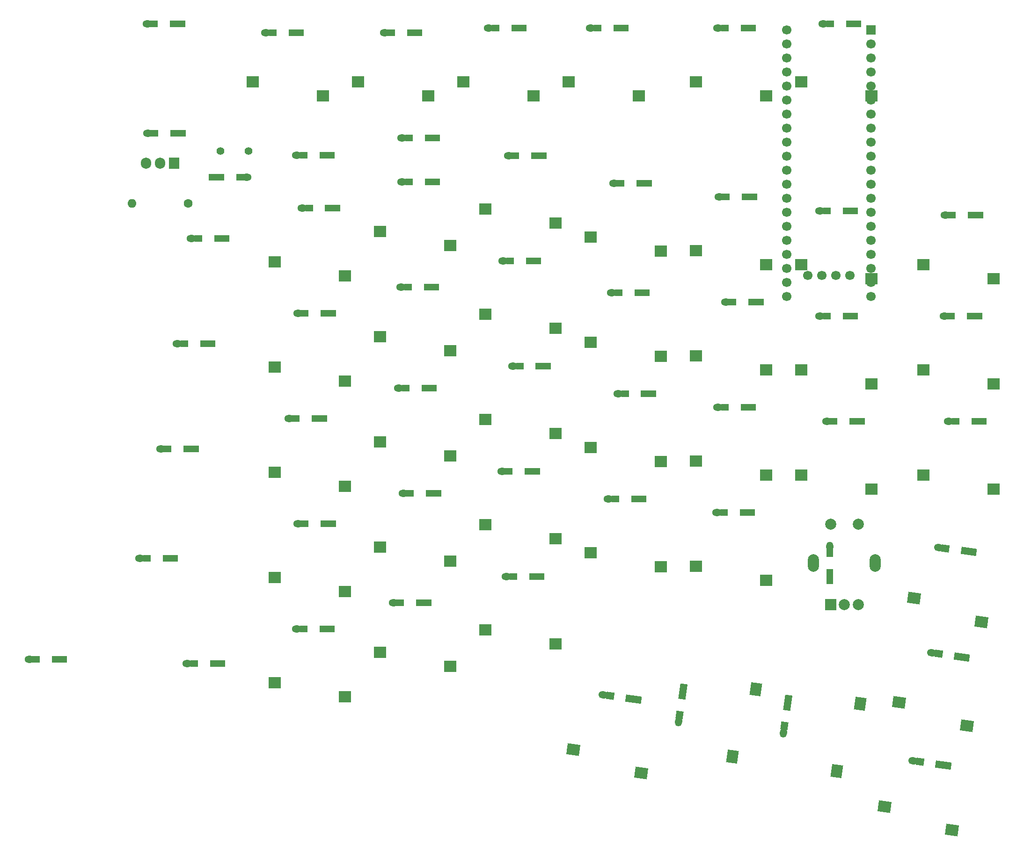
<source format=gbr>
%TF.GenerationSoftware,KiCad,Pcbnew,(6.0.5-0)*%
%TF.CreationDate,2023-01-14T19:39:34-08:00*%
%TF.ProjectId,ergodonk_pcb,6572676f-646f-46e6-9b5f-7063622e6b69,rev?*%
%TF.SameCoordinates,Original*%
%TF.FileFunction,Copper,L1,Top*%
%TF.FilePolarity,Positive*%
%FSLAX46Y46*%
G04 Gerber Fmt 4.6, Leading zero omitted, Abs format (unit mm)*
G04 Created by KiCad (PCBNEW (6.0.5-0)) date 2023-01-14 19:39:34*
%MOMM*%
%LPD*%
G01*
G04 APERTURE LIST*
G04 Aperture macros list*
%AMHorizOval*
0 Thick line with rounded ends*
0 $1 width*
0 $2 $3 position (X,Y) of the first rounded end (center of the circle)*
0 $4 $5 position (X,Y) of the second rounded end (center of the circle)*
0 Add line between two ends*
20,1,$1,$2,$3,$4,$5,0*
0 Add two circle primitives to create the rounded ends*
1,1,$1,$2,$3*
1,1,$1,$4,$5*%
%AMRotRect*
0 Rectangle, with rotation*
0 The origin of the aperture is its center*
0 $1 length*
0 $2 width*
0 $3 Rotation angle, in degrees counterclockwise*
0 Add horizontal line*
21,1,$1,$2,0,0,$3*%
G04 Aperture macros list end*
%TA.AperFunction,SMDPad,CuDef*%
%ADD10R,2.300000X2.000000*%
%TD*%
%TA.AperFunction,ComponentPad*%
%ADD11R,1.778000X1.300000*%
%TD*%
%TA.AperFunction,SMDPad,CuDef*%
%ADD12R,1.400000X1.300000*%
%TD*%
%TA.AperFunction,ComponentPad*%
%ADD13O,1.778000X1.300000*%
%TD*%
%TA.AperFunction,SMDPad,CuDef*%
%ADD14RotRect,2.300000X2.000000X82.000000*%
%TD*%
%TA.AperFunction,SMDPad,CuDef*%
%ADD15RotRect,1.400000X1.300000X352.000000*%
%TD*%
%TA.AperFunction,ComponentPad*%
%ADD16RotRect,1.778000X1.300000X172.000000*%
%TD*%
%TA.AperFunction,ComponentPad*%
%ADD17HorizOval,1.300000X-0.236674X0.033262X0.236674X-0.033262X0*%
%TD*%
%TA.AperFunction,WasherPad*%
%ADD18O,2.000000X3.200000*%
%TD*%
%TA.AperFunction,ComponentPad*%
%ADD19R,2.000000X2.000000*%
%TD*%
%TA.AperFunction,ComponentPad*%
%ADD20C,2.000000*%
%TD*%
%TA.AperFunction,SMDPad,CuDef*%
%ADD21RotRect,2.300000X2.000000X352.000000*%
%TD*%
%TA.AperFunction,ComponentPad*%
%ADD22R,1.905000X2.000000*%
%TD*%
%TA.AperFunction,ComponentPad*%
%ADD23O,1.905000X2.000000*%
%TD*%
%TA.AperFunction,SMDPad,CuDef*%
%ADD24RotRect,1.400000X1.300000X82.000000*%
%TD*%
%TA.AperFunction,ComponentPad*%
%ADD25RotRect,1.778000X1.300000X262.000000*%
%TD*%
%TA.AperFunction,ComponentPad*%
%ADD26HorizOval,1.300000X-0.033262X-0.236674X0.033262X0.236674X0*%
%TD*%
%TA.AperFunction,SMDPad,CuDef*%
%ADD27R,1.300000X1.400000*%
%TD*%
%TA.AperFunction,ComponentPad*%
%ADD28R,1.300000X1.778000*%
%TD*%
%TA.AperFunction,ComponentPad*%
%ADD29O,1.300000X1.778000*%
%TD*%
%TA.AperFunction,ComponentPad*%
%ADD30C,1.600000*%
%TD*%
%TA.AperFunction,ComponentPad*%
%ADD31O,1.600000X1.600000*%
%TD*%
%TA.AperFunction,ComponentPad*%
%ADD32C,1.397000*%
%TD*%
%TA.AperFunction,ComponentPad*%
%ADD33R,1.700000X1.700000*%
%TD*%
%TA.AperFunction,ComponentPad*%
%ADD34C,1.700000*%
%TD*%
G04 APERTURE END LIST*
D10*
%TO.P,SWLH14,1,1*%
%TO.N,col4*%
X107300000Y-60555000D03*
%TO.P,SWLH14,2,2*%
%TO.N,Net-(D14-Pad2)*%
X120000000Y-63095000D03*
%TD*%
D11*
%TO.P,D50,1,K*%
%TO.N,row5*%
X30781250Y-142031250D03*
D12*
X29556250Y-142031250D03*
D13*
%TO.P,D50,2,A*%
%TO.N,Net-(D50-Pad2)*%
X24781250Y-142031250D03*
D12*
X26006250Y-142031250D03*
%TD*%
D10*
%TO.P,SWLH33,1,1*%
%TO.N,col3*%
X88250000Y-102655000D03*
%TO.P,SWLH33,2,2*%
%TO.N,Net-(D33-Pad2)*%
X100950000Y-105195000D03*
%TD*%
D14*
%TO.P,SWLH57,1,1*%
%TO.N,SW47A*%
X170826702Y-162317855D03*
%TO.P,SWLH57,2,2*%
%TO.N,Net-(D57-Pad2)*%
X175109481Y-150094950D03*
%TD*%
D11*
%TO.P,D11,1,K*%
%TO.N,row1*%
X60150000Y-65831250D03*
D12*
X58925000Y-65831250D03*
D13*
%TO.P,D11,2,A*%
%TO.N,Net-(D11-Pad2)*%
X54150000Y-65831250D03*
D12*
X55375000Y-65831250D03*
%TD*%
D11*
%TO.P,D53,1,K*%
%TO.N,row5*%
X96662500Y-131825000D03*
D12*
X95437500Y-131825000D03*
%TO.P,D53,2,A*%
%TO.N,Net-(D53-Pad2)*%
X91887500Y-131825000D03*
D13*
X90662500Y-131825000D03*
%TD*%
D10*
%TO.P,SWLH35,1,1*%
%TO.N,col5*%
X126350000Y-103655000D03*
%TO.P,SWLH35,2,2*%
%TO.N,Net-(D35-Pad2)*%
X139050000Y-106195000D03*
%TD*%
D12*
%TO.P,D42,1,K*%
%TO.N,row4*%
X78162500Y-117481250D03*
D11*
X79387500Y-117481250D03*
D13*
%TO.P,D42,2,A*%
%TO.N,Net-(D42-Pad2)*%
X73387500Y-117481250D03*
D12*
X74612500Y-117481250D03*
%TD*%
D15*
%TO.P,D58,1,K*%
%TO.N,row5*%
X192800924Y-141504774D03*
D16*
X194014002Y-141675261D03*
D17*
%TO.P,D58,2,A*%
%TO.N,Net-(D58-Pad2)*%
X188072394Y-140840223D03*
D15*
X189285472Y-141010710D03*
%TD*%
D12*
%TO.P,D13,1,K*%
%TO.N,row1*%
X97025000Y-55625000D03*
D11*
X98250000Y-55625000D03*
D13*
%TO.P,D13,2,A*%
%TO.N,Net-(D13-Pad2)*%
X92250000Y-55625000D03*
D12*
X93475000Y-55625000D03*
%TD*%
%TO.P,D54,1,K*%
%TO.N,row5*%
X115900000Y-127031250D03*
D11*
X117125000Y-127031250D03*
D12*
%TO.P,D54,2,A*%
%TO.N,Net-(D54-Pad2)*%
X112350000Y-127031250D03*
D13*
X111125000Y-127031250D03*
%TD*%
D10*
%TO.P,SWLH12,1,1*%
%TO.N,col2*%
X69200000Y-70055000D03*
%TO.P,SWLH12,2,2*%
%TO.N,Net-(D12-Pad2)*%
X81900000Y-72595000D03*
%TD*%
%TO.P,SWLH43,1,1*%
%TO.N,col3*%
X88250000Y-121705000D03*
%TO.P,SWLH43,2,2*%
%TO.N,Net-(D43-Pad2)*%
X100950000Y-124245000D03*
%TD*%
%TO.P,SWLH2,1,1*%
%TO.N,col2*%
X65200000Y-37505000D03*
%TO.P,SWLH2,2,2*%
%TO.N,Net-(D2-Pad2)*%
X77900000Y-40045000D03*
%TD*%
D12*
%TO.P,D52,1,K*%
%TO.N,row5*%
X77975000Y-136531250D03*
D11*
X79200000Y-136531250D03*
D12*
%TO.P,D52,2,A*%
%TO.N,Net-(D52-Pad2)*%
X74425000Y-136531250D03*
D13*
X73200000Y-136531250D03*
%TD*%
D11*
%TO.P,D3,1,K*%
%TO.N,row0*%
X95043750Y-28575000D03*
D12*
X93818750Y-28575000D03*
%TO.P,D3,2,A*%
%TO.N,Net-(D3-Pad2)*%
X90268750Y-28575000D03*
D13*
X89043750Y-28575000D03*
%TD*%
D12*
%TO.P,D15,1,K*%
%TO.N,row1*%
X135312500Y-55831250D03*
D11*
X136537500Y-55831250D03*
D12*
%TO.P,D15,2,A*%
%TO.N,Net-(D15-Pad2)*%
X131762500Y-55831250D03*
D13*
X130537500Y-55831250D03*
%TD*%
D11*
%TO.P,D36,1,K*%
%TO.N,row3*%
X155400000Y-96431250D03*
D12*
X154175000Y-96431250D03*
D13*
%TO.P,D36,2,A*%
%TO.N,Net-(D36-Pad2)*%
X149400000Y-96431250D03*
D12*
X150625000Y-96431250D03*
%TD*%
D11*
%TO.P,D22,1,K*%
%TO.N,row2*%
X79387500Y-79381250D03*
D12*
X78162500Y-79381250D03*
D13*
%TO.P,D22,2,A*%
%TO.N,Net-(D22-Pad2)*%
X73387500Y-79381250D03*
D12*
X74612500Y-79381250D03*
%TD*%
D10*
%TO.P,SWLH53,1,1*%
%TO.N,col3*%
X88250000Y-140755000D03*
%TO.P,SWLH53,2,2*%
%TO.N,Net-(D53-Pad2)*%
X100950000Y-143295000D03*
%TD*%
%TO.P,SWLH3,1,1*%
%TO.N,col3*%
X84250000Y-37505000D03*
%TO.P,SWLH3,2,2*%
%TO.N,Net-(D3-Pad2)*%
X96950000Y-40045000D03*
%TD*%
D11*
%TO.P,D_sol_1,1,K*%
%TO.N,SOL_VCC*%
X58118750Y-54768750D03*
D12*
X59343750Y-54768750D03*
D13*
%TO.P,D_sol_1,2,A*%
%TO.N,Net-(D_sol_1-Pad2)*%
X64118750Y-54768750D03*
D12*
X62893750Y-54768750D03*
%TD*%
D18*
%TO.P,SWLH_ROT1,*%
%TO.N,*%
X177843750Y-124618750D03*
X166643750Y-124618750D03*
D19*
%TO.P,SWLH_ROT1,A,A*%
%TO.N,encA*%
X169743750Y-132118750D03*
D20*
%TO.P,SWLH_ROT1,B,B*%
%TO.N,encB*%
X174743750Y-132118750D03*
%TO.P,SWLH_ROT1,C,C*%
%TO.N,SOL_GND*%
X172243750Y-132118750D03*
%TO.P,SWLH_ROT1,S1,S1*%
%TO.N,SW47A*%
X174743750Y-117618750D03*
%TO.P,SWLH_ROT1,S2,S2*%
%TO.N,SW47B*%
X169743750Y-117618750D03*
%TD*%
D10*
%TO.P,SWLH45,1,1*%
%TO.N,col5*%
X126350000Y-122705000D03*
%TO.P,SWLH45,2,2*%
%TO.N,Net-(D45-Pad2)*%
X139050000Y-125245000D03*
%TD*%
D12*
%TO.P,D1,1,K*%
%TO.N,row0*%
X50925000Y-26987500D03*
D11*
X52150000Y-26987500D03*
D13*
%TO.P,D1,2,A*%
%TO.N,Net-(D1-Pad2)*%
X46150000Y-26987500D03*
D12*
X47375000Y-26987500D03*
%TD*%
%TO.P,D6,1,K*%
%TO.N,row0*%
X154175000Y-27781250D03*
D11*
X155400000Y-27781250D03*
D13*
%TO.P,D6,2,A*%
%TO.N,Net-(D6-Pad2)*%
X149400000Y-27781250D03*
D12*
X150625000Y-27781250D03*
%TD*%
D21*
%TO.P,SWLH68,1,1*%
%TO.N,col8*%
X179494062Y-168691143D03*
%TO.P,SWLH68,2,2*%
%TO.N,Net-(D68-Pad2)*%
X191716967Y-172973922D03*
%TD*%
D10*
%TO.P,SWLH27,1,1*%
%TO.N,SW47A*%
X164450000Y-89605000D03*
%TO.P,SWLH27,2,2*%
%TO.N,Net-(D27-Pad2)*%
X177150000Y-92145000D03*
%TD*%
%TO.P,SWLH4,1,1*%
%TO.N,col4*%
X103300000Y-37505000D03*
%TO.P,SWLH4,2,2*%
%TO.N,Net-(D4-Pad2)*%
X116000000Y-40045000D03*
%TD*%
D21*
%TO.P,SWLH65,1,1*%
%TO.N,col5*%
X123231648Y-158379324D03*
%TO.P,SWLH65,2,2*%
%TO.N,Net-(D65-Pad2)*%
X135454553Y-162662103D03*
%TD*%
D22*
%TO.P,Q1,1,B*%
%TO.N,Net-(Q1-Pad1)*%
X50958750Y-52236250D03*
D23*
%TO.P,Q1,2,C*%
%TO.N,Net-(D_sol_1-Pad2)*%
X48418750Y-52236250D03*
%TO.P,Q1,3,E*%
%TO.N,SOL_GND*%
X45878750Y-52236250D03*
%TD*%
D10*
%TO.P,SWLH22,1,1*%
%TO.N,col2*%
X69200000Y-89105000D03*
%TO.P,SWLH22,2,2*%
%TO.N,Net-(D22-Pad2)*%
X81900000Y-91645000D03*
%TD*%
D12*
%TO.P,D18,1,K*%
%TO.N,row1*%
X195275000Y-61625000D03*
D11*
X196500000Y-61625000D03*
D12*
%TO.P,D18,2,A*%
%TO.N,Net-(D18-Pad2)*%
X191725000Y-61625000D03*
D13*
X190500000Y-61625000D03*
%TD*%
D11*
%TO.P,D27,1,K*%
%TO.N,row2*%
X173831250Y-79881250D03*
D12*
X172606250Y-79881250D03*
%TO.P,D27,2,A*%
%TO.N,Net-(D27-Pad2)*%
X169056250Y-79881250D03*
D13*
X167831250Y-79881250D03*
%TD*%
D10*
%TO.P,SWLH16,1,1*%
%TO.N,col6*%
X145400000Y-68055000D03*
%TO.P,SWLH16,2,2*%
%TO.N,Net-(D16-Pad2)*%
X158100000Y-70595000D03*
%TD*%
D12*
%TO.P,D31,1,K*%
%TO.N,row3*%
X53368750Y-103931250D03*
D11*
X54593750Y-103931250D03*
D13*
%TO.P,D31,2,A*%
%TO.N,Net-(D31-Pad2)*%
X48593750Y-103931250D03*
D12*
X49818750Y-103931250D03*
%TD*%
D21*
%TO.P,SWLH58,1,1*%
%TO.N,col8*%
X182145309Y-149826536D03*
%TO.P,SWLH58,2,2*%
%TO.N,Net-(D58-Pad2)*%
X194368214Y-154109315D03*
%TD*%
D10*
%TO.P,SWLH44,1,1*%
%TO.N,col4*%
X107300000Y-117705000D03*
%TO.P,SWLH44,2,2*%
%TO.N,Net-(D44-Pad2)*%
X120000000Y-120245000D03*
%TD*%
D12*
%TO.P,D46,1,K*%
%TO.N,row4*%
X154000000Y-115481250D03*
D11*
X155225000Y-115481250D03*
D13*
%TO.P,D46,2,A*%
%TO.N,Net-(D46-Pad2)*%
X149225000Y-115481250D03*
D12*
X150450000Y-115481250D03*
%TD*%
%TO.P,D35,1,K*%
%TO.N,row3*%
X136106250Y-93931250D03*
D11*
X137331250Y-93931250D03*
D12*
%TO.P,D35,2,A*%
%TO.N,Net-(D35-Pad2)*%
X132556250Y-93931250D03*
D13*
X131331250Y-93931250D03*
%TD*%
D11*
%TO.P,D17,1,K*%
%TO.N,row1*%
X173843750Y-60831250D03*
D12*
X172618750Y-60831250D03*
D13*
%TO.P,D17,2,A*%
%TO.N,Net-(D17-Pad2)*%
X167843750Y-60831250D03*
D12*
X169068750Y-60831250D03*
%TD*%
%TO.P,D21,1,K*%
%TO.N,row2*%
X56368750Y-84881250D03*
D11*
X57593750Y-84881250D03*
D13*
%TO.P,D21,2,A*%
%TO.N,Net-(D21-Pad2)*%
X51593750Y-84881250D03*
D12*
X52818750Y-84881250D03*
%TD*%
%TO.P,D16,1,K*%
%TO.N,row1*%
X154362500Y-58331250D03*
D11*
X155587500Y-58331250D03*
D12*
%TO.P,D16,2,A*%
%TO.N,Net-(D16-Pad2)*%
X150812500Y-58331250D03*
D13*
X149587500Y-58331250D03*
%TD*%
D10*
%TO.P,SWLH52,1,1*%
%TO.N,col2*%
X69200000Y-146255000D03*
%TO.P,SWLH52,2,2*%
%TO.N,Net-(D52-Pad2)*%
X81900000Y-148795000D03*
%TD*%
D12*
%TO.P,D23,1,K*%
%TO.N,row2*%
X96837500Y-74675000D03*
D11*
X98062500Y-74675000D03*
D13*
%TO.P,D23,2,A*%
%TO.N,Net-(D23-Pad2)*%
X92062500Y-74675000D03*
D12*
X93287500Y-74675000D03*
%TD*%
D11*
%TO.P,D34,1,K*%
%TO.N,row3*%
X118281250Y-88931250D03*
D12*
X117056250Y-88931250D03*
%TO.P,D34,2,A*%
%TO.N,Net-(D34-Pad2)*%
X113506250Y-88931250D03*
D13*
X112281250Y-88931250D03*
%TD*%
D14*
%TO.P,SWLH56,1,1*%
%TO.N,col6*%
X151957746Y-159697553D03*
%TO.P,SWLH56,2,2*%
%TO.N,Net-(D56-Pad2)*%
X156240525Y-147474648D03*
%TD*%
D11*
%TO.P,H1,1*%
%TO.N,N/C*%
X79200000Y-50800000D03*
D12*
X77975000Y-50800000D03*
D13*
%TO.P,H1,2*%
X73200000Y-50800000D03*
D12*
X74425000Y-50800000D03*
%TD*%
%TO.P,D4,1,K*%
%TO.N,row0*%
X112681250Y-27781250D03*
D11*
X113906250Y-27781250D03*
D13*
%TO.P,D4,2,A*%
%TO.N,Net-(D4-Pad2)*%
X107906250Y-27781250D03*
D12*
X109131250Y-27781250D03*
%TD*%
D15*
%TO.P,D68,1,K*%
%TO.N,row6*%
X189426480Y-161069293D03*
D16*
X190639558Y-161239780D03*
D17*
%TO.P,D68,2,A*%
%TO.N,Net-(D68-Pad2)*%
X184697950Y-160404742D03*
D15*
X185911028Y-160575229D03*
%TD*%
D10*
%TO.P,SWLH28,1,1*%
%TO.N,col8*%
X186500000Y-89605000D03*
%TO.P,SWLH28,2,2*%
%TO.N,Net-(D28-Pad2)*%
X199200000Y-92145000D03*
%TD*%
%TO.P,SWLH26,1,1*%
%TO.N,col6*%
X145400000Y-87105000D03*
%TO.P,SWLH26,2,2*%
%TO.N,Net-(D26-Pad2)*%
X158100000Y-89645000D03*
%TD*%
%TO.P,SWLH24,1,1*%
%TO.N,col4*%
X107300000Y-79605000D03*
%TO.P,SWLH24,2,2*%
%TO.N,Net-(D24-Pad2)*%
X120000000Y-82145000D03*
%TD*%
%TO.P,SWLH7,1,1*%
%TO.N,SW47A*%
X164450000Y-37505000D03*
%TO.P,SWLH7,2,2*%
%TO.N,Net-(D7-Pad2)*%
X177150000Y-40045000D03*
%TD*%
D24*
%TO.P,D57,1,K*%
%TO.N,row5*%
X161853738Y-150592449D03*
D25*
X162024225Y-149379371D03*
D26*
%TO.P,D57,2,A*%
%TO.N,Net-(D57-Pad2)*%
X161189187Y-155320979D03*
D24*
X161359674Y-154107901D03*
%TD*%
D12*
%TO.P,D7,1,K*%
%TO.N,row0*%
X173225000Y-26987500D03*
D11*
X174450000Y-26987500D03*
D13*
%TO.P,D7,2,A*%
%TO.N,Net-(D7-Pad2)*%
X168450000Y-26987500D03*
D12*
X169675000Y-26987500D03*
%TD*%
D10*
%TO.P,SWLH38,1,1*%
%TO.N,col8*%
X186500000Y-108655000D03*
%TO.P,SWLH38,2,2*%
%TO.N,Net-(D38-Pad2)*%
X199200000Y-111195000D03*
%TD*%
%TO.P,SWLH6,1,1*%
%TO.N,col6*%
X145400000Y-37505000D03*
%TO.P,SWLH6,2,2*%
%TO.N,Net-(D6-Pad2)*%
X158100000Y-40045000D03*
%TD*%
D12*
%TO.P,D41,1,K*%
%TO.N,row4*%
X49587500Y-123775000D03*
D11*
X50812500Y-123775000D03*
D12*
%TO.P,D41,2,A*%
%TO.N,Net-(D41-Pad2)*%
X46037500Y-123775000D03*
D13*
X44812500Y-123775000D03*
%TD*%
D10*
%TO.P,SWLH46,1,1*%
%TO.N,col6*%
X145400000Y-125205000D03*
%TO.P,SWLH46,2,2*%
%TO.N,Net-(D46-Pad2)*%
X158100000Y-127745000D03*
%TD*%
D12*
%TO.P,D2,1,K*%
%TO.N,row0*%
X72387500Y-28575000D03*
D11*
X73612500Y-28575000D03*
D12*
%TO.P,D2,2,A*%
%TO.N,Net-(D2-Pad2)*%
X68837500Y-28575000D03*
D13*
X67612500Y-28575000D03*
%TD*%
D11*
%TO.P,D24,1,K*%
%TO.N,row2*%
X116506250Y-69881250D03*
D12*
X115281250Y-69881250D03*
%TO.P,D24,2,A*%
%TO.N,Net-(D24-Pad2)*%
X111731250Y-69881250D03*
D13*
X110506250Y-69881250D03*
%TD*%
D11*
%TO.P,D5,1,K*%
%TO.N,row0*%
X132350000Y-27781250D03*
D12*
X131125000Y-27781250D03*
%TO.P,D5,2,A*%
%TO.N,Net-(D5-Pad2)*%
X127575000Y-27781250D03*
D13*
X126350000Y-27781250D03*
%TD*%
D10*
%TO.P,SWLH34,1,1*%
%TO.N,col4*%
X107300000Y-98655000D03*
%TO.P,SWLH34,2,2*%
%TO.N,Net-(D34-Pad2)*%
X120000000Y-101195000D03*
%TD*%
D12*
%TO.P,D12,1,K*%
%TO.N,row1*%
X78956250Y-60331250D03*
D11*
X80181250Y-60331250D03*
D12*
%TO.P,D12,2,A*%
%TO.N,Net-(D12-Pad2)*%
X75406250Y-60331250D03*
D13*
X74181250Y-60331250D03*
%TD*%
D12*
%TO.P,D33,1,K*%
%TO.N,row3*%
X96406250Y-92931250D03*
D11*
X97631250Y-92931250D03*
D12*
%TO.P,D33,2,A*%
%TO.N,Net-(D33-Pad2)*%
X92856250Y-92931250D03*
D13*
X91631250Y-92931250D03*
%TD*%
D11*
%TO.P,D45,1,K*%
%TO.N,row4*%
X135556250Y-112981250D03*
D12*
X134331250Y-112981250D03*
D13*
%TO.P,D45,2,A*%
%TO.N,Net-(D45-Pad2)*%
X129556250Y-112981250D03*
D12*
X130781250Y-112981250D03*
%TD*%
D10*
%TO.P,SWLH37,1,1*%
%TO.N,SW47A*%
X164450000Y-108655000D03*
%TO.P,SWLH37,2,2*%
%TO.N,Net-(D37-Pad2)*%
X177150000Y-111195000D03*
%TD*%
D11*
%TO.P,D43,1,K*%
%TO.N,row4*%
X98437500Y-111981250D03*
D12*
X97212500Y-111981250D03*
D13*
%TO.P,D43,2,A*%
%TO.N,Net-(D43-Pad2)*%
X92437500Y-111981250D03*
D12*
X93662500Y-111981250D03*
%TD*%
D10*
%TO.P,SWLH5,1,1*%
%TO.N,col5*%
X122350000Y-37505000D03*
%TO.P,SWLH5,2,2*%
%TO.N,Net-(D5-Pad2)*%
X135050000Y-40045000D03*
%TD*%
D12*
%TO.P,D26,1,K*%
%TO.N,row2*%
X155575000Y-77381250D03*
D11*
X156800000Y-77381250D03*
D13*
%TO.P,D26,2,A*%
%TO.N,Net-(D26-Pad2)*%
X150800000Y-77381250D03*
D12*
X152025000Y-77381250D03*
%TD*%
D10*
%TO.P,SWLH42,1,1*%
%TO.N,col2*%
X69200000Y-127205000D03*
%TO.P,SWLH42,2,2*%
%TO.N,Net-(D42-Pad2)*%
X81900000Y-129745000D03*
%TD*%
D21*
%TO.P,SWLH48,1,1*%
%TO.N,col8*%
X184796557Y-130961930D03*
%TO.P,SWLH48,2,2*%
%TO.N,Net-(D48-Pad2)*%
X197019462Y-135244709D03*
%TD*%
D10*
%TO.P,SWLH32,1,1*%
%TO.N,col2*%
X69200000Y-108155000D03*
%TO.P,SWLH32,2,2*%
%TO.N,Net-(D32-Pad2)*%
X81900000Y-110695000D03*
%TD*%
D12*
%TO.P,D38,1,K*%
%TO.N,row3*%
X195893750Y-98931250D03*
D11*
X197118750Y-98931250D03*
D12*
%TO.P,D38,2,A*%
%TO.N,Net-(D38-Pad2)*%
X192343750Y-98931250D03*
D13*
X191118750Y-98931250D03*
%TD*%
D10*
%TO.P,SWLH23,1,1*%
%TO.N,col3*%
X88250000Y-83605000D03*
%TO.P,SWLH23,2,2*%
%TO.N,Net-(D23-Pad2)*%
X100950000Y-86145000D03*
%TD*%
D12*
%TO.P,J_SOL_1,1,Pin_1*%
%TO.N,Net-(D_sol_1-Pad2)*%
X50987500Y-46831250D03*
D11*
X52212500Y-46831250D03*
D13*
%TO.P,J_SOL_1,2,Pin_2*%
%TO.N,SOL_VCC*%
X46212500Y-46831250D03*
D12*
X47437500Y-46831250D03*
%TD*%
%TO.P,D14,1,K*%
%TO.N,row1*%
X116262500Y-50831250D03*
D11*
X117487500Y-50831250D03*
D13*
%TO.P,D14,2,A*%
%TO.N,Net-(D14-Pad2)*%
X111487500Y-50831250D03*
D12*
X112712500Y-50831250D03*
%TD*%
D10*
%TO.P,SWLH36,1,1*%
%TO.N,col6*%
X145400000Y-106155000D03*
%TO.P,SWLH36,2,2*%
%TO.N,Net-(D36-Pad2)*%
X158100000Y-108695000D03*
%TD*%
D12*
%TO.P,D37,1,K*%
%TO.N,row3*%
X173843750Y-98931250D03*
D11*
X175068750Y-98931250D03*
D12*
%TO.P,D37,2,A*%
%TO.N,Net-(D37-Pad2)*%
X170293750Y-98931250D03*
D13*
X169068750Y-98931250D03*
%TD*%
D12*
%TO.P,J1,1*%
%TO.N,N/C*%
X97025000Y-47625000D03*
D11*
X98250000Y-47625000D03*
D13*
%TO.P,J1,2*%
X92250000Y-47625000D03*
D12*
X93475000Y-47625000D03*
%TD*%
D10*
%TO.P,SWLH17,1,1*%
%TO.N,SW47A*%
X164450000Y-70555000D03*
%TO.P,SWLH17,2,2*%
%TO.N,Net-(D17-Pad2)*%
X177150000Y-73095000D03*
%TD*%
%TO.P,SWLH54,1,1*%
%TO.N,col4*%
X107300000Y-136755000D03*
%TO.P,SWLH54,2,2*%
%TO.N,Net-(D54-Pad2)*%
X120000000Y-139295000D03*
%TD*%
D12*
%TO.P,D44,1,K*%
%TO.N,row4*%
X115093750Y-107981250D03*
D11*
X116318750Y-107981250D03*
D12*
%TO.P,D44,2,A*%
%TO.N,Net-(D44-Pad2)*%
X111543750Y-107981250D03*
D13*
X110318750Y-107981250D03*
%TD*%
D24*
%TO.P,D56,1,K*%
%TO.N,row5*%
X142900409Y-148572497D03*
D25*
X143070896Y-147359419D03*
D24*
%TO.P,D56,2,A*%
%TO.N,Net-(D56-Pad2)*%
X142406345Y-152087949D03*
D26*
X142235858Y-153301027D03*
%TD*%
D10*
%TO.P,SWLH18,1,1*%
%TO.N,col8*%
X186500000Y-70555000D03*
%TO.P,SWLH18,2,2*%
%TO.N,Net-(D18-Pad2)*%
X199200000Y-73095000D03*
%TD*%
D12*
%TO.P,D32,1,K*%
%TO.N,row3*%
X76575000Y-98431250D03*
D11*
X77800000Y-98431250D03*
D13*
%TO.P,D32,2,A*%
%TO.N,Net-(D32-Pad2)*%
X71800000Y-98431250D03*
D12*
X73025000Y-98431250D03*
%TD*%
D27*
%TO.P,D47,1,K*%
%TO.N,row4*%
X169568750Y-126387500D03*
D28*
X169568750Y-127612500D03*
D29*
%TO.P,D47,2,A*%
%TO.N,SW47B*%
X169568750Y-121612500D03*
D27*
X169568750Y-122837500D03*
%TD*%
D30*
%TO.P,R2,1*%
%TO.N,Net-(Q1-Pad1)*%
X53498750Y-59531250D03*
D31*
%TO.P,R2,2*%
%TO.N,Net-(R2-Pad2)*%
X43338750Y-59531250D03*
%TD*%
D12*
%TO.P,D25,1,K*%
%TO.N,row2*%
X134950000Y-75675000D03*
D11*
X136175000Y-75675000D03*
D13*
%TO.P,D25,2,A*%
%TO.N,Net-(D25-Pad2)*%
X130175000Y-75675000D03*
D12*
X131400000Y-75675000D03*
%TD*%
D10*
%TO.P,SWLH25,1,1*%
%TO.N,col5*%
X126350000Y-84605000D03*
%TO.P,SWLH25,2,2*%
%TO.N,Net-(D25-Pad2)*%
X139050000Y-87145000D03*
%TD*%
%TO.P,SWLH13,1,1*%
%TO.N,col3*%
X88250000Y-64555000D03*
%TO.P,SWLH13,2,2*%
%TO.N,Net-(D13-Pad2)*%
X100950000Y-67095000D03*
%TD*%
D16*
%TO.P,D48,1,K*%
%TO.N,row4*%
X195266496Y-122614072D03*
D15*
X194053418Y-122443585D03*
%TO.P,D48,2,A*%
%TO.N,Net-(D48-Pad2)*%
X190537966Y-121949521D03*
D17*
X189324888Y-121779034D03*
%TD*%
D12*
%TO.P,D28,1,K*%
%TO.N,row2*%
X195087500Y-79881250D03*
D11*
X196312500Y-79881250D03*
D12*
%TO.P,D28,2,A*%
%TO.N,Net-(D28-Pad2)*%
X191537500Y-79881250D03*
D13*
X190312500Y-79881250D03*
%TD*%
D11*
%TO.P,D51,1,K*%
%TO.N,row5*%
X59356250Y-142825000D03*
D12*
X58131250Y-142825000D03*
%TO.P,D51,2,A*%
%TO.N,Net-(D51-Pad2)*%
X54581250Y-142825000D03*
D13*
X53356250Y-142825000D03*
%TD*%
D32*
%TO.P,R1,1*%
%TO.N,Net-(J1-PadR2)*%
X64452500Y-50006250D03*
%TO.P,R1,2*%
%TO.N,TRRS1*%
X59372500Y-50006250D03*
%TD*%
D16*
%TO.P,D65,1,K*%
%TO.N,row6*%
X134598081Y-149355911D03*
D15*
X133385003Y-149185424D03*
D17*
%TO.P,D65,2,A*%
%TO.N,Net-(D65-Pad2)*%
X128656473Y-148520873D03*
D15*
X129869551Y-148691360D03*
%TD*%
D10*
%TO.P,SWLH15,1,1*%
%TO.N,col5*%
X126350000Y-65555000D03*
%TO.P,SWLH15,2,2*%
%TO.N,Net-(D15-Pad2)*%
X139050000Y-68095000D03*
%TD*%
D33*
%TO.P,ULH1,1,PB12*%
%TO.N,row0*%
X177006250Y-28098750D03*
D34*
%TO.P,ULH1,2,PB13*%
%TO.N,row1*%
X177006250Y-30638750D03*
%TO.P,ULH1,3,PB14*%
%TO.N,row2*%
X177006250Y-33178750D03*
%TO.P,ULH1,4,PB15*%
%TO.N,row3*%
X177006250Y-35718750D03*
%TO.P,ULH1,5,PA8*%
%TO.N,row4*%
X177006250Y-38258750D03*
%TO.P,ULH1,6,PA9*%
%TO.N,unconnected-(ULH1-Pad6)*%
X177006250Y-40798750D03*
%TO.P,ULH1,7,PA10*%
%TO.N,unconnected-(ULH1-Pad7)*%
X177006250Y-43338750D03*
%TO.P,ULH1,8,PA11*%
%TO.N,unconnected-(ULH1-Pad8)*%
X177006250Y-45878750D03*
%TO.P,ULH1,9,PA12*%
%TO.N,unconnected-(ULH1-Pad9)*%
X177006250Y-48418750D03*
%TO.P,ULH1,10,PA15*%
%TO.N,row5*%
X177006250Y-50958750D03*
%TO.P,ULH1,11,PB3*%
%TO.N,row6*%
X177006250Y-53498750D03*
%TO.P,ULH1,12,PB4*%
%TO.N,col4*%
X177006250Y-56038750D03*
%TO.P,ULH1,13,PB5*%
%TO.N,col5*%
X177006250Y-58578750D03*
%TO.P,ULH1,14,PB6*%
%TO.N,TRRS1*%
X177006250Y-61118750D03*
%TO.P,ULH1,15,PB7*%
%TO.N,SW47A*%
X177006250Y-63658750D03*
%TO.P,ULH1,16,PB8*%
%TO.N,col8*%
X177006250Y-66198750D03*
%TO.P,ULH1,17,PB9*%
%TO.N,unconnected-(ULH1-Pad17)*%
X177006250Y-68738750D03*
%TO.P,ULH1,18,5V*%
%TO.N,SOL_VCC*%
X177006250Y-71278750D03*
%TO.P,ULH1,19,GND*%
%TO.N,SOL_GND*%
X177006250Y-73818750D03*
%TO.P,ULH1,20,3V3*%
%TO.N,unconnected-(ULH1-Pad20)*%
X177006250Y-76358750D03*
%TO.P,ULH1,21,VBat*%
%TO.N,unconnected-(ULH1-Pad21)*%
X161766250Y-76358750D03*
%TO.P,ULH1,22,PC13*%
%TO.N,col0*%
X161766250Y-73818750D03*
%TO.P,ULH1,23,PC14*%
%TO.N,col1*%
X161766250Y-71278750D03*
%TO.P,ULH1,24,PC15*%
%TO.N,col2*%
X161766250Y-68738750D03*
%TO.P,ULH1,25,RES*%
%TO.N,unconnected-(ULH1-Pad25)*%
X161766250Y-66198750D03*
%TO.P,ULH1,26,PA0*%
%TO.N,col3*%
X161766250Y-63658750D03*
%TO.P,ULH1,27,PA1*%
%TO.N,unconnected-(ULH1-Pad27)*%
X161766250Y-61118750D03*
%TO.P,ULH1,28,PA2*%
%TO.N,unconnected-(ULH1-Pad28)*%
X161766250Y-58578750D03*
%TO.P,ULH1,29,PA3*%
%TO.N,unconnected-(ULH1-Pad29)*%
X161766250Y-56038750D03*
%TO.P,ULH1,30,PA4*%
%TO.N,unconnected-(ULH1-Pad30)*%
X161766250Y-53498750D03*
%TO.P,ULH1,31,PA5*%
%TO.N,unconnected-(ULH1-Pad31)*%
X161766250Y-50958750D03*
%TO.P,ULH1,32,PA6*%
%TO.N,unconnected-(ULH1-Pad32)*%
X161766250Y-48418750D03*
%TO.P,ULH1,33,PA7*%
%TO.N,unconnected-(ULH1-Pad33)*%
X161766250Y-45878750D03*
%TO.P,ULH1,34,PB0*%
%TO.N,HAND*%
X161766250Y-43338750D03*
%TO.P,ULH1,35,PB1*%
%TO.N,Net-(R2-Pad2)*%
X161766250Y-40798750D03*
%TO.P,ULH1,36,PB2*%
%TO.N,unconnected-(ULH1-Pad36)*%
X161766250Y-38258750D03*
%TO.P,ULH1,37,PB10*%
%TO.N,col6*%
X161766250Y-35718750D03*
%TO.P,ULH1,38,3V3*%
%TO.N,HAND*%
X161766250Y-33178750D03*
%TO.P,ULH1,39,GND*%
%TO.N,SOL_GND*%
X161766250Y-30638750D03*
%TO.P,ULH1,40,5V*%
%TO.N,SOL_VCC*%
X161766250Y-28098750D03*
%TO.P,ULH1,41,GND*%
%TO.N,SOL_GND*%
X165574250Y-72547750D03*
%TO.P,ULH1,42,SWCLK*%
%TO.N,encB*%
X168114250Y-72547750D03*
%TO.P,ULH1,43,SWIO*%
%TO.N,encA*%
X170654250Y-72547750D03*
%TO.P,ULH1,44,3V3*%
%TO.N,unconnected-(ULH1-Pad44)*%
X173194250Y-72547750D03*
%TD*%
M02*

</source>
